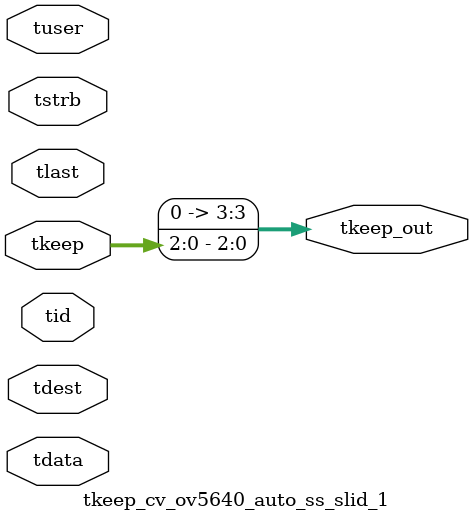
<source format=v>


`timescale 1ps/1ps

module tkeep_cv_ov5640_auto_ss_slid_1 #
(
parameter C_S_AXIS_TDATA_WIDTH = 32,
parameter C_S_AXIS_TUSER_WIDTH = 0,
parameter C_S_AXIS_TID_WIDTH   = 0,
parameter C_S_AXIS_TDEST_WIDTH = 0,
parameter C_M_AXIS_TDATA_WIDTH = 32
)
(
input  [(C_S_AXIS_TDATA_WIDTH == 0 ? 1 : C_S_AXIS_TDATA_WIDTH)-1:0     ] tdata,
input  [(C_S_AXIS_TUSER_WIDTH == 0 ? 1 : C_S_AXIS_TUSER_WIDTH)-1:0     ] tuser,
input  [(C_S_AXIS_TID_WIDTH   == 0 ? 1 : C_S_AXIS_TID_WIDTH)-1:0       ] tid,
input  [(C_S_AXIS_TDEST_WIDTH == 0 ? 1 : C_S_AXIS_TDEST_WIDTH)-1:0     ] tdest,
input  [(C_S_AXIS_TDATA_WIDTH/8)-1:0 ] tkeep,
input  [(C_S_AXIS_TDATA_WIDTH/8)-1:0 ] tstrb,
input                                                                    tlast,
output [(C_M_AXIS_TDATA_WIDTH/8)-1:0 ] tkeep_out
);

assign tkeep_out = {tkeep[2:0]};

endmodule


</source>
